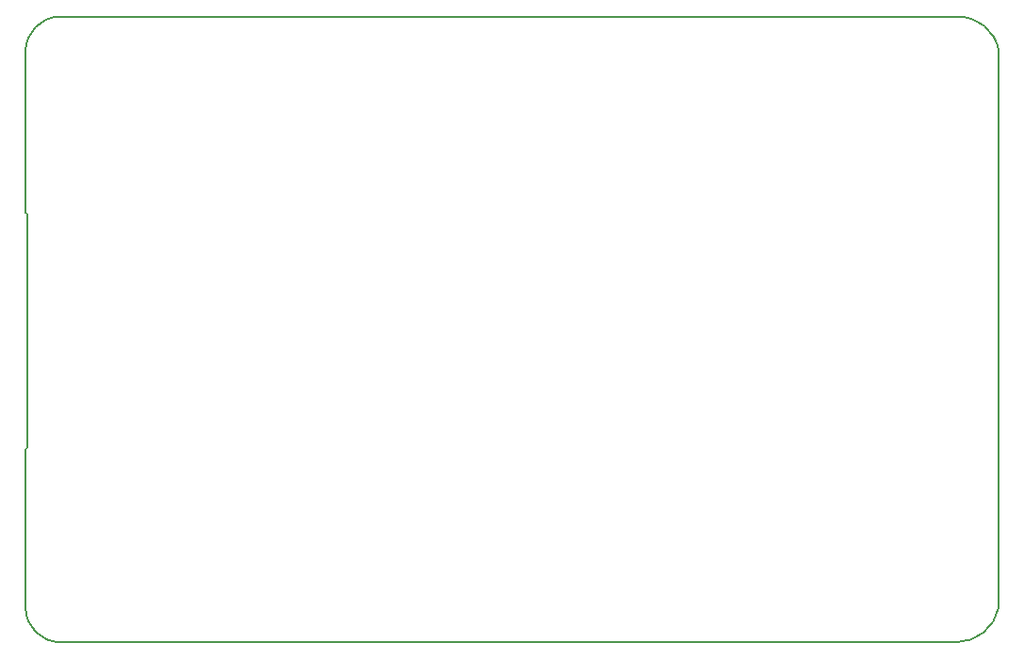
<source format=gko>
G04*
G04 #@! TF.GenerationSoftware,Altium Limited,Altium Designer,19.0.10 (269)*
G04*
G04 Layer_Color=16711935*
%FSLAX23Y23*%
%MOIN*%
G70*
G01*
G75*
%ADD13C,0.008*%
D13*
X4021Y2539D02*
G03*
X4144Y2416I123J-0D01*
G01*
X7314Y2416D02*
G03*
X7465Y2539I0J154D01*
G01*
X7465Y4508D02*
G03*
X7315Y4631I-142J-21D01*
G01*
X4144D02*
G03*
X4021Y4508I-0J-123D01*
G01*
Y3937D02*
G03*
X4026Y3932I5J0D01*
G01*
Y3105D02*
G03*
X4021Y3100I0J-5D01*
G01*
X4144Y2416D02*
X7314Y2416D01*
X7465Y4508D02*
X7465Y2539D01*
X4144Y4631D02*
X7315D01*
X4021Y3937D02*
Y4508D01*
X4026Y3105D02*
Y3932D01*
X4021Y3100D02*
X4021Y2539D01*
M02*

</source>
